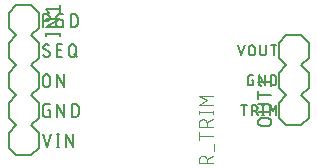
<source format=gbr>
G04 EAGLE Gerber RS-274X export*
G75*
%MOMM*%
%FSLAX34Y34*%
%LPD*%
%INSilkscreen Top*%
%IPPOS*%
%AMOC8*
5,1,8,0,0,1.08239X$1,22.5*%
G01*
%ADD10C,0.203200*%
%ADD11C,0.152400*%
%ADD12C,0.127000*%
%ADD13C,0.101600*%


D10*
X317256Y398234D02*
X320812Y387566D01*
X324368Y398234D01*
X329956Y398234D02*
X329956Y387566D01*
X328771Y387566D02*
X331141Y387566D01*
X331141Y398234D02*
X328771Y398234D01*
X336518Y398234D02*
X336518Y387566D01*
X342444Y387566D02*
X336518Y398234D01*
X342444Y398234D02*
X342444Y387566D01*
X323183Y418893D02*
X321405Y418893D01*
X323183Y418893D02*
X323183Y412966D01*
X319627Y412966D01*
X319532Y412968D01*
X319436Y412974D01*
X319341Y412983D01*
X319247Y412997D01*
X319153Y413014D01*
X319060Y413035D01*
X318967Y413060D01*
X318876Y413088D01*
X318786Y413120D01*
X318698Y413156D01*
X318611Y413195D01*
X318525Y413238D01*
X318442Y413284D01*
X318360Y413333D01*
X318280Y413386D01*
X318203Y413442D01*
X318127Y413500D01*
X318055Y413562D01*
X317985Y413627D01*
X317917Y413695D01*
X317852Y413765D01*
X317790Y413837D01*
X317732Y413913D01*
X317676Y413990D01*
X317623Y414070D01*
X317574Y414152D01*
X317528Y414235D01*
X317485Y414321D01*
X317446Y414408D01*
X317410Y414496D01*
X317378Y414586D01*
X317350Y414677D01*
X317325Y414770D01*
X317304Y414863D01*
X317287Y414957D01*
X317273Y415051D01*
X317264Y415146D01*
X317258Y415242D01*
X317256Y415337D01*
X317256Y421263D01*
X317258Y421358D01*
X317264Y421454D01*
X317273Y421549D01*
X317287Y421643D01*
X317304Y421737D01*
X317325Y421830D01*
X317350Y421923D01*
X317378Y422014D01*
X317410Y422104D01*
X317446Y422192D01*
X317485Y422279D01*
X317528Y422365D01*
X317574Y422448D01*
X317623Y422530D01*
X317676Y422610D01*
X317732Y422687D01*
X317790Y422763D01*
X317852Y422835D01*
X317917Y422905D01*
X317985Y422973D01*
X318055Y423038D01*
X318127Y423100D01*
X318203Y423158D01*
X318280Y423214D01*
X318360Y423267D01*
X318441Y423316D01*
X318525Y423362D01*
X318611Y423405D01*
X318698Y423444D01*
X318786Y423480D01*
X318876Y423512D01*
X318967Y423540D01*
X319060Y423565D01*
X319153Y423586D01*
X319247Y423603D01*
X319341Y423617D01*
X319436Y423626D01*
X319531Y423632D01*
X319627Y423634D01*
X323183Y423634D01*
X329448Y423634D02*
X329448Y412966D01*
X335375Y412966D02*
X329448Y423634D01*
X335375Y423634D02*
X335375Y412966D01*
X341640Y412966D02*
X341640Y423634D01*
X344603Y423634D01*
X344709Y423632D01*
X344814Y423626D01*
X344920Y423617D01*
X345025Y423604D01*
X345129Y423587D01*
X345233Y423566D01*
X345336Y423542D01*
X345438Y423514D01*
X345539Y423482D01*
X345638Y423447D01*
X345737Y423408D01*
X345834Y423366D01*
X345929Y423321D01*
X346023Y423272D01*
X346115Y423219D01*
X346205Y423164D01*
X346293Y423105D01*
X346379Y423043D01*
X346462Y422978D01*
X346543Y422910D01*
X346622Y422840D01*
X346698Y422766D01*
X346772Y422690D01*
X346842Y422611D01*
X346910Y422530D01*
X346975Y422447D01*
X347037Y422361D01*
X347096Y422273D01*
X347151Y422183D01*
X347204Y422091D01*
X347253Y421997D01*
X347298Y421902D01*
X347340Y421805D01*
X347379Y421706D01*
X347414Y421607D01*
X347446Y421506D01*
X347474Y421404D01*
X347498Y421301D01*
X347519Y421197D01*
X347536Y421093D01*
X347549Y420988D01*
X347558Y420882D01*
X347564Y420777D01*
X347566Y420671D01*
X347567Y420671D02*
X347567Y415929D01*
X347566Y415929D02*
X347564Y415823D01*
X347558Y415718D01*
X347549Y415612D01*
X347536Y415507D01*
X347519Y415403D01*
X347498Y415299D01*
X347474Y415196D01*
X347446Y415094D01*
X347414Y414993D01*
X347379Y414894D01*
X347340Y414795D01*
X347298Y414698D01*
X347253Y414603D01*
X347204Y414509D01*
X347151Y414417D01*
X347096Y414327D01*
X347037Y414239D01*
X346975Y414153D01*
X346910Y414070D01*
X346842Y413989D01*
X346772Y413910D01*
X346698Y413834D01*
X346622Y413760D01*
X346543Y413690D01*
X346462Y413622D01*
X346379Y413557D01*
X346293Y413495D01*
X346205Y413436D01*
X346115Y413381D01*
X346023Y413328D01*
X345929Y413279D01*
X345834Y413234D01*
X345737Y413192D01*
X345638Y413153D01*
X345539Y413118D01*
X345438Y413086D01*
X345336Y413058D01*
X345233Y413034D01*
X345129Y413013D01*
X345025Y412996D01*
X344920Y412983D01*
X344814Y412974D01*
X344709Y412968D01*
X344603Y412966D01*
X341640Y412966D01*
X317256Y489166D02*
X317256Y499834D01*
X320219Y499834D01*
X320326Y499832D01*
X320433Y499826D01*
X320539Y499817D01*
X320645Y499803D01*
X320751Y499786D01*
X320856Y499765D01*
X320960Y499740D01*
X321063Y499711D01*
X321165Y499679D01*
X321266Y499643D01*
X321365Y499603D01*
X321463Y499560D01*
X321559Y499513D01*
X321654Y499463D01*
X321747Y499410D01*
X321837Y499353D01*
X321926Y499293D01*
X322012Y499230D01*
X322096Y499164D01*
X322178Y499094D01*
X322257Y499022D01*
X322333Y498947D01*
X322407Y498869D01*
X322477Y498789D01*
X322545Y498706D01*
X322610Y498621D01*
X322671Y498534D01*
X322730Y498444D01*
X322785Y498353D01*
X322837Y498259D01*
X322885Y498163D01*
X322930Y498066D01*
X322972Y497968D01*
X323009Y497868D01*
X323044Y497766D01*
X323074Y497664D01*
X323101Y497560D01*
X323124Y497456D01*
X323143Y497350D01*
X323158Y497244D01*
X323170Y497138D01*
X323178Y497031D01*
X323182Y496924D01*
X323182Y496818D01*
X323178Y496711D01*
X323170Y496604D01*
X323158Y496498D01*
X323143Y496392D01*
X323124Y496286D01*
X323101Y496182D01*
X323074Y496078D01*
X323044Y495976D01*
X323009Y495874D01*
X322972Y495774D01*
X322930Y495676D01*
X322885Y495579D01*
X322837Y495483D01*
X322785Y495390D01*
X322730Y495298D01*
X322671Y495208D01*
X322610Y495121D01*
X322545Y495036D01*
X322477Y494953D01*
X322407Y494873D01*
X322333Y494795D01*
X322257Y494720D01*
X322178Y494648D01*
X322096Y494578D01*
X322012Y494512D01*
X321926Y494449D01*
X321837Y494389D01*
X321747Y494332D01*
X321654Y494279D01*
X321559Y494229D01*
X321463Y494182D01*
X321365Y494139D01*
X321266Y494099D01*
X321165Y494063D01*
X321063Y494031D01*
X320960Y494002D01*
X320856Y493977D01*
X320751Y493956D01*
X320645Y493939D01*
X320539Y493925D01*
X320433Y493916D01*
X320326Y493910D01*
X320219Y493908D01*
X320219Y493907D02*
X317256Y493907D01*
X332581Y495093D02*
X334359Y495093D01*
X334359Y489166D01*
X330803Y489166D01*
X330708Y489168D01*
X330612Y489174D01*
X330517Y489183D01*
X330423Y489197D01*
X330329Y489214D01*
X330236Y489235D01*
X330143Y489260D01*
X330052Y489288D01*
X329962Y489320D01*
X329874Y489356D01*
X329787Y489395D01*
X329701Y489438D01*
X329618Y489484D01*
X329536Y489533D01*
X329456Y489586D01*
X329379Y489642D01*
X329303Y489700D01*
X329231Y489762D01*
X329161Y489827D01*
X329093Y489895D01*
X329028Y489965D01*
X328966Y490037D01*
X328908Y490113D01*
X328852Y490190D01*
X328799Y490270D01*
X328750Y490352D01*
X328704Y490435D01*
X328661Y490521D01*
X328622Y490608D01*
X328586Y490696D01*
X328554Y490786D01*
X328526Y490877D01*
X328501Y490970D01*
X328480Y491063D01*
X328463Y491157D01*
X328449Y491251D01*
X328440Y491346D01*
X328434Y491442D01*
X328432Y491537D01*
X328432Y497463D01*
X328434Y497558D01*
X328440Y497654D01*
X328449Y497749D01*
X328463Y497843D01*
X328480Y497937D01*
X328501Y498030D01*
X328526Y498123D01*
X328554Y498214D01*
X328586Y498304D01*
X328622Y498392D01*
X328661Y498479D01*
X328704Y498565D01*
X328750Y498648D01*
X328799Y498730D01*
X328852Y498810D01*
X328908Y498887D01*
X328966Y498963D01*
X329028Y499035D01*
X329093Y499105D01*
X329161Y499173D01*
X329231Y499238D01*
X329303Y499300D01*
X329379Y499358D01*
X329456Y499414D01*
X329536Y499467D01*
X329617Y499516D01*
X329701Y499562D01*
X329787Y499605D01*
X329874Y499644D01*
X329962Y499680D01*
X330052Y499712D01*
X330143Y499740D01*
X330236Y499765D01*
X330329Y499786D01*
X330423Y499803D01*
X330517Y499817D01*
X330612Y499826D01*
X330707Y499832D01*
X330803Y499834D01*
X334359Y499834D01*
X340624Y499834D02*
X340624Y489166D01*
X340624Y499834D02*
X343587Y499834D01*
X343693Y499832D01*
X343798Y499826D01*
X343904Y499817D01*
X344009Y499804D01*
X344113Y499787D01*
X344217Y499766D01*
X344320Y499742D01*
X344422Y499714D01*
X344523Y499682D01*
X344622Y499647D01*
X344721Y499608D01*
X344818Y499566D01*
X344913Y499521D01*
X345007Y499472D01*
X345099Y499419D01*
X345189Y499364D01*
X345277Y499305D01*
X345363Y499243D01*
X345446Y499178D01*
X345527Y499110D01*
X345606Y499040D01*
X345682Y498966D01*
X345756Y498890D01*
X345826Y498811D01*
X345894Y498730D01*
X345959Y498647D01*
X346021Y498561D01*
X346080Y498473D01*
X346135Y498383D01*
X346188Y498291D01*
X346237Y498197D01*
X346282Y498102D01*
X346324Y498005D01*
X346363Y497906D01*
X346398Y497807D01*
X346430Y497706D01*
X346458Y497604D01*
X346482Y497501D01*
X346503Y497397D01*
X346520Y497293D01*
X346533Y497188D01*
X346542Y497082D01*
X346548Y496977D01*
X346550Y496871D01*
X346551Y496871D02*
X346551Y492129D01*
X346550Y492129D02*
X346548Y492023D01*
X346542Y491918D01*
X346533Y491812D01*
X346520Y491707D01*
X346503Y491603D01*
X346482Y491499D01*
X346458Y491396D01*
X346430Y491294D01*
X346398Y491193D01*
X346363Y491094D01*
X346324Y490995D01*
X346282Y490898D01*
X346237Y490803D01*
X346188Y490709D01*
X346135Y490617D01*
X346080Y490527D01*
X346021Y490439D01*
X345959Y490353D01*
X345894Y490270D01*
X345826Y490189D01*
X345756Y490110D01*
X345682Y490034D01*
X345606Y489960D01*
X345527Y489890D01*
X345446Y489822D01*
X345363Y489757D01*
X345277Y489695D01*
X345189Y489636D01*
X345099Y489581D01*
X345007Y489528D01*
X344913Y489479D01*
X344818Y489434D01*
X344721Y489392D01*
X344622Y489353D01*
X344523Y489318D01*
X344422Y489286D01*
X344320Y489258D01*
X344217Y489234D01*
X344113Y489213D01*
X344009Y489196D01*
X343904Y489183D01*
X343798Y489174D01*
X343693Y489168D01*
X343587Y489166D01*
X340624Y489166D01*
X323183Y466137D02*
X323181Y466042D01*
X323175Y465946D01*
X323166Y465851D01*
X323152Y465757D01*
X323135Y465663D01*
X323114Y465570D01*
X323089Y465477D01*
X323061Y465386D01*
X323029Y465296D01*
X322993Y465208D01*
X322954Y465121D01*
X322911Y465035D01*
X322865Y464952D01*
X322816Y464870D01*
X322763Y464790D01*
X322707Y464713D01*
X322649Y464637D01*
X322587Y464565D01*
X322522Y464495D01*
X322454Y464427D01*
X322384Y464362D01*
X322312Y464300D01*
X322236Y464242D01*
X322159Y464186D01*
X322079Y464133D01*
X321998Y464084D01*
X321914Y464038D01*
X321828Y463995D01*
X321741Y463956D01*
X321653Y463920D01*
X321563Y463888D01*
X321472Y463860D01*
X321379Y463835D01*
X321286Y463814D01*
X321192Y463797D01*
X321098Y463783D01*
X321003Y463774D01*
X320908Y463768D01*
X320812Y463766D01*
X320676Y463768D01*
X320539Y463773D01*
X320403Y463783D01*
X320268Y463796D01*
X320132Y463812D01*
X319998Y463833D01*
X319863Y463857D01*
X319730Y463884D01*
X319597Y463916D01*
X319465Y463950D01*
X319334Y463989D01*
X319205Y464031D01*
X319076Y464076D01*
X318949Y464125D01*
X318823Y464178D01*
X318699Y464234D01*
X318576Y464293D01*
X318455Y464355D01*
X318335Y464421D01*
X318218Y464490D01*
X318102Y464563D01*
X317988Y464638D01*
X317877Y464716D01*
X317767Y464798D01*
X317660Y464882D01*
X317556Y464969D01*
X317453Y465059D01*
X317353Y465152D01*
X317256Y465248D01*
X317552Y472063D02*
X317554Y472158D01*
X317560Y472254D01*
X317569Y472349D01*
X317583Y472443D01*
X317600Y472537D01*
X317621Y472630D01*
X317646Y472723D01*
X317674Y472814D01*
X317706Y472904D01*
X317742Y472992D01*
X317781Y473079D01*
X317824Y473165D01*
X317870Y473249D01*
X317919Y473330D01*
X317972Y473410D01*
X318028Y473487D01*
X318086Y473563D01*
X318148Y473635D01*
X318213Y473705D01*
X318281Y473773D01*
X318351Y473838D01*
X318423Y473900D01*
X318499Y473958D01*
X318576Y474014D01*
X318656Y474067D01*
X318738Y474116D01*
X318821Y474162D01*
X318907Y474205D01*
X318994Y474244D01*
X319082Y474280D01*
X319172Y474312D01*
X319263Y474340D01*
X319356Y474365D01*
X319449Y474386D01*
X319543Y474403D01*
X319637Y474417D01*
X319732Y474426D01*
X319828Y474432D01*
X319923Y474434D01*
X320053Y474432D01*
X320183Y474426D01*
X320313Y474417D01*
X320442Y474404D01*
X320571Y474387D01*
X320699Y474366D01*
X320827Y474341D01*
X320954Y474313D01*
X321080Y474281D01*
X321205Y474245D01*
X321329Y474206D01*
X321451Y474163D01*
X321573Y474117D01*
X321693Y474066D01*
X321811Y474013D01*
X321928Y473956D01*
X322043Y473896D01*
X322157Y473832D01*
X322268Y473765D01*
X322378Y473695D01*
X322485Y473621D01*
X322590Y473545D01*
X318738Y469988D02*
X318656Y470039D01*
X318576Y470093D01*
X318498Y470149D01*
X318423Y470209D01*
X318350Y470272D01*
X318280Y470338D01*
X318213Y470406D01*
X318148Y470477D01*
X318086Y470551D01*
X318027Y470627D01*
X317971Y470705D01*
X317919Y470786D01*
X317869Y470868D01*
X317823Y470953D01*
X317781Y471039D01*
X317741Y471127D01*
X317706Y471216D01*
X317674Y471307D01*
X317645Y471399D01*
X317621Y471492D01*
X317600Y471585D01*
X317583Y471680D01*
X317569Y471775D01*
X317560Y471871D01*
X317554Y471967D01*
X317552Y472063D01*
X321998Y468212D02*
X322079Y468161D01*
X322159Y468107D01*
X322237Y468051D01*
X322312Y467991D01*
X322385Y467928D01*
X322455Y467862D01*
X322522Y467794D01*
X322587Y467723D01*
X322649Y467649D01*
X322708Y467573D01*
X322764Y467495D01*
X322816Y467414D01*
X322866Y467332D01*
X322912Y467247D01*
X322954Y467161D01*
X322994Y467073D01*
X323029Y466984D01*
X323061Y466893D01*
X323090Y466801D01*
X323114Y466708D01*
X323135Y466615D01*
X323152Y466520D01*
X323166Y466425D01*
X323175Y466329D01*
X323181Y466233D01*
X323183Y466137D01*
X321997Y468211D02*
X318738Y469989D01*
X328720Y463766D02*
X333461Y463766D01*
X328720Y463766D02*
X328720Y474434D01*
X333461Y474434D01*
X332276Y469693D02*
X328720Y469693D01*
X339212Y471471D02*
X339212Y466729D01*
X339212Y471471D02*
X339214Y471578D01*
X339220Y471685D01*
X339229Y471791D01*
X339243Y471897D01*
X339260Y472003D01*
X339281Y472108D01*
X339306Y472212D01*
X339335Y472315D01*
X339367Y472417D01*
X339403Y472518D01*
X339443Y472617D01*
X339486Y472715D01*
X339533Y472811D01*
X339583Y472906D01*
X339636Y472999D01*
X339693Y473089D01*
X339753Y473178D01*
X339816Y473264D01*
X339882Y473348D01*
X339952Y473430D01*
X340024Y473509D01*
X340099Y473585D01*
X340177Y473659D01*
X340257Y473729D01*
X340340Y473797D01*
X340425Y473862D01*
X340512Y473923D01*
X340602Y473982D01*
X340694Y474037D01*
X340787Y474089D01*
X340883Y474137D01*
X340980Y474182D01*
X341078Y474224D01*
X341178Y474261D01*
X341280Y474296D01*
X341382Y474326D01*
X341486Y474353D01*
X341590Y474376D01*
X341696Y474395D01*
X341802Y474410D01*
X341908Y474422D01*
X342015Y474430D01*
X342122Y474434D01*
X342228Y474434D01*
X342335Y474430D01*
X342442Y474422D01*
X342548Y474410D01*
X342654Y474395D01*
X342760Y474376D01*
X342864Y474353D01*
X342968Y474326D01*
X343070Y474296D01*
X343172Y474261D01*
X343272Y474224D01*
X343370Y474182D01*
X343467Y474137D01*
X343563Y474089D01*
X343657Y474037D01*
X343748Y473982D01*
X343838Y473923D01*
X343925Y473862D01*
X344010Y473797D01*
X344093Y473729D01*
X344173Y473659D01*
X344251Y473585D01*
X344326Y473509D01*
X344398Y473430D01*
X344468Y473348D01*
X344534Y473264D01*
X344597Y473178D01*
X344657Y473089D01*
X344714Y472999D01*
X344767Y472906D01*
X344817Y472811D01*
X344864Y472715D01*
X344907Y472617D01*
X344947Y472518D01*
X344983Y472417D01*
X345015Y472315D01*
X345044Y472212D01*
X345069Y472108D01*
X345090Y472003D01*
X345107Y471897D01*
X345121Y471791D01*
X345130Y471685D01*
X345136Y471578D01*
X345138Y471471D01*
X345138Y466729D01*
X345136Y466622D01*
X345130Y466515D01*
X345121Y466409D01*
X345107Y466303D01*
X345090Y466197D01*
X345069Y466092D01*
X345044Y465988D01*
X345015Y465885D01*
X344983Y465783D01*
X344947Y465682D01*
X344907Y465583D01*
X344864Y465485D01*
X344817Y465389D01*
X344767Y465294D01*
X344714Y465201D01*
X344657Y465111D01*
X344597Y465022D01*
X344534Y464936D01*
X344468Y464852D01*
X344398Y464770D01*
X344326Y464691D01*
X344251Y464615D01*
X344173Y464541D01*
X344093Y464471D01*
X344010Y464403D01*
X343925Y464338D01*
X343838Y464277D01*
X343748Y464218D01*
X343657Y464163D01*
X343563Y464111D01*
X343467Y464063D01*
X343370Y464018D01*
X343272Y463976D01*
X343172Y463939D01*
X343070Y463904D01*
X342968Y463874D01*
X342864Y463847D01*
X342760Y463824D01*
X342654Y463805D01*
X342548Y463790D01*
X342442Y463778D01*
X342335Y463770D01*
X342228Y463766D01*
X342122Y463766D01*
X342015Y463770D01*
X341908Y463778D01*
X341802Y463790D01*
X341696Y463805D01*
X341590Y463824D01*
X341486Y463847D01*
X341382Y463874D01*
X341280Y463904D01*
X341178Y463939D01*
X341078Y463976D01*
X340980Y464018D01*
X340883Y464063D01*
X340787Y464111D01*
X340694Y464163D01*
X340602Y464218D01*
X340512Y464277D01*
X340425Y464338D01*
X340340Y464403D01*
X340257Y464471D01*
X340177Y464541D01*
X340099Y464615D01*
X340024Y464691D01*
X339952Y464770D01*
X339882Y464852D01*
X339816Y464936D01*
X339753Y465022D01*
X339693Y465111D01*
X339636Y465201D01*
X339583Y465294D01*
X339533Y465389D01*
X339486Y465485D01*
X339443Y465583D01*
X339403Y465682D01*
X339367Y465783D01*
X339335Y465885D01*
X339306Y465988D01*
X339281Y466092D01*
X339260Y466197D01*
X339243Y466303D01*
X339229Y466409D01*
X339220Y466515D01*
X339214Y466622D01*
X339212Y466729D01*
X343953Y466137D02*
X346324Y463766D01*
X317256Y446071D02*
X317256Y441329D01*
X317256Y446071D02*
X317258Y446178D01*
X317264Y446285D01*
X317273Y446391D01*
X317287Y446497D01*
X317304Y446603D01*
X317325Y446708D01*
X317350Y446812D01*
X317379Y446915D01*
X317411Y447017D01*
X317447Y447118D01*
X317487Y447217D01*
X317530Y447315D01*
X317577Y447411D01*
X317627Y447506D01*
X317680Y447599D01*
X317737Y447689D01*
X317797Y447778D01*
X317860Y447864D01*
X317926Y447948D01*
X317996Y448030D01*
X318068Y448109D01*
X318143Y448185D01*
X318221Y448259D01*
X318301Y448329D01*
X318384Y448397D01*
X318469Y448462D01*
X318556Y448523D01*
X318646Y448582D01*
X318738Y448637D01*
X318831Y448689D01*
X318927Y448737D01*
X319024Y448782D01*
X319122Y448824D01*
X319222Y448861D01*
X319324Y448896D01*
X319426Y448926D01*
X319530Y448953D01*
X319634Y448976D01*
X319740Y448995D01*
X319846Y449010D01*
X319952Y449022D01*
X320059Y449030D01*
X320166Y449034D01*
X320272Y449034D01*
X320379Y449030D01*
X320486Y449022D01*
X320592Y449010D01*
X320698Y448995D01*
X320804Y448976D01*
X320908Y448953D01*
X321012Y448926D01*
X321114Y448896D01*
X321216Y448861D01*
X321316Y448824D01*
X321414Y448782D01*
X321511Y448737D01*
X321607Y448689D01*
X321701Y448637D01*
X321792Y448582D01*
X321882Y448523D01*
X321969Y448462D01*
X322054Y448397D01*
X322137Y448329D01*
X322217Y448259D01*
X322295Y448185D01*
X322370Y448109D01*
X322442Y448030D01*
X322512Y447948D01*
X322578Y447864D01*
X322641Y447778D01*
X322701Y447689D01*
X322758Y447599D01*
X322811Y447506D01*
X322861Y447411D01*
X322908Y447315D01*
X322951Y447217D01*
X322991Y447118D01*
X323027Y447017D01*
X323059Y446915D01*
X323088Y446812D01*
X323113Y446708D01*
X323134Y446603D01*
X323151Y446497D01*
X323165Y446391D01*
X323174Y446285D01*
X323180Y446178D01*
X323182Y446071D01*
X323183Y446071D02*
X323183Y441329D01*
X323182Y441329D02*
X323180Y441222D01*
X323174Y441115D01*
X323165Y441009D01*
X323151Y440903D01*
X323134Y440797D01*
X323113Y440692D01*
X323088Y440588D01*
X323059Y440485D01*
X323027Y440383D01*
X322991Y440282D01*
X322951Y440183D01*
X322908Y440085D01*
X322861Y439989D01*
X322811Y439894D01*
X322758Y439801D01*
X322701Y439711D01*
X322641Y439622D01*
X322578Y439536D01*
X322512Y439452D01*
X322442Y439370D01*
X322370Y439291D01*
X322295Y439215D01*
X322217Y439141D01*
X322137Y439071D01*
X322054Y439003D01*
X321969Y438938D01*
X321882Y438877D01*
X321792Y438818D01*
X321701Y438763D01*
X321607Y438711D01*
X321511Y438663D01*
X321414Y438618D01*
X321316Y438576D01*
X321216Y438539D01*
X321114Y438504D01*
X321012Y438474D01*
X320908Y438447D01*
X320804Y438424D01*
X320698Y438405D01*
X320592Y438390D01*
X320486Y438378D01*
X320379Y438370D01*
X320272Y438366D01*
X320166Y438366D01*
X320059Y438370D01*
X319952Y438378D01*
X319846Y438390D01*
X319740Y438405D01*
X319634Y438424D01*
X319530Y438447D01*
X319426Y438474D01*
X319324Y438504D01*
X319222Y438539D01*
X319122Y438576D01*
X319024Y438618D01*
X318927Y438663D01*
X318831Y438711D01*
X318738Y438763D01*
X318646Y438818D01*
X318556Y438877D01*
X318469Y438938D01*
X318384Y439003D01*
X318301Y439071D01*
X318221Y439141D01*
X318143Y439215D01*
X318068Y439291D01*
X317996Y439370D01*
X317926Y439452D01*
X317860Y439536D01*
X317797Y439622D01*
X317737Y439711D01*
X317680Y439801D01*
X317627Y439894D01*
X317577Y439989D01*
X317530Y440085D01*
X317487Y440183D01*
X317447Y440282D01*
X317411Y440383D01*
X317379Y440485D01*
X317350Y440588D01*
X317325Y440692D01*
X317304Y440797D01*
X317287Y440903D01*
X317273Y441009D01*
X317264Y441115D01*
X317258Y441222D01*
X317256Y441329D01*
X329067Y438366D02*
X329067Y449034D01*
X334994Y438366D01*
X334994Y449034D01*
D11*
X493922Y444434D02*
X495361Y444434D01*
X495361Y439636D01*
X492482Y439636D01*
X492396Y439638D01*
X492310Y439644D01*
X492224Y439653D01*
X492139Y439667D01*
X492055Y439684D01*
X491971Y439705D01*
X491889Y439730D01*
X491808Y439758D01*
X491728Y439790D01*
X491649Y439826D01*
X491573Y439865D01*
X491498Y439908D01*
X491425Y439953D01*
X491354Y440002D01*
X491286Y440055D01*
X491219Y440110D01*
X491156Y440168D01*
X491095Y440229D01*
X491037Y440292D01*
X490982Y440359D01*
X490929Y440427D01*
X490880Y440498D01*
X490835Y440571D01*
X490792Y440646D01*
X490753Y440722D01*
X490717Y440801D01*
X490685Y440881D01*
X490657Y440962D01*
X490632Y441044D01*
X490611Y441128D01*
X490594Y441212D01*
X490580Y441297D01*
X490571Y441383D01*
X490565Y441469D01*
X490563Y441555D01*
X490563Y446353D01*
X490565Y446439D01*
X490571Y446525D01*
X490580Y446611D01*
X490594Y446696D01*
X490611Y446780D01*
X490632Y446864D01*
X490657Y446946D01*
X490685Y447027D01*
X490717Y447107D01*
X490753Y447186D01*
X490792Y447262D01*
X490835Y447337D01*
X490880Y447410D01*
X490929Y447481D01*
X490982Y447549D01*
X491037Y447616D01*
X491095Y447679D01*
X491156Y447740D01*
X491219Y447798D01*
X491286Y447853D01*
X491354Y447905D01*
X491425Y447955D01*
X491498Y448000D01*
X491573Y448043D01*
X491649Y448082D01*
X491728Y448118D01*
X491808Y448150D01*
X491889Y448178D01*
X491971Y448203D01*
X492055Y448224D01*
X492139Y448241D01*
X492224Y448255D01*
X492310Y448264D01*
X492396Y448270D01*
X492482Y448272D01*
X495361Y448272D01*
X500317Y448272D02*
X500317Y439636D01*
X505114Y439636D02*
X500317Y448272D01*
X505114Y448272D02*
X505114Y439636D01*
X510070Y439636D02*
X510070Y448272D01*
X512469Y448272D01*
X512566Y448270D01*
X512662Y448264D01*
X512758Y448255D01*
X512854Y448241D01*
X512949Y448224D01*
X513043Y448202D01*
X513136Y448177D01*
X513229Y448149D01*
X513320Y448116D01*
X513409Y448080D01*
X513497Y448040D01*
X513584Y447997D01*
X513669Y447951D01*
X513751Y447901D01*
X513832Y447847D01*
X513910Y447791D01*
X513986Y447731D01*
X514060Y447669D01*
X514131Y447603D01*
X514199Y447535D01*
X514265Y447464D01*
X514327Y447390D01*
X514387Y447314D01*
X514443Y447236D01*
X514497Y447155D01*
X514547Y447073D01*
X514593Y446988D01*
X514636Y446901D01*
X514676Y446813D01*
X514712Y446724D01*
X514745Y446633D01*
X514773Y446540D01*
X514798Y446447D01*
X514820Y446353D01*
X514837Y446258D01*
X514851Y446162D01*
X514860Y446066D01*
X514866Y445970D01*
X514868Y445873D01*
X514868Y442035D01*
X514866Y441938D01*
X514860Y441842D01*
X514851Y441746D01*
X514837Y441650D01*
X514820Y441555D01*
X514798Y441461D01*
X514773Y441368D01*
X514745Y441275D01*
X514712Y441184D01*
X514676Y441095D01*
X514636Y441007D01*
X514593Y440920D01*
X514547Y440836D01*
X514497Y440753D01*
X514443Y440672D01*
X514387Y440594D01*
X514327Y440518D01*
X514265Y440444D01*
X514199Y440373D01*
X514131Y440305D01*
X514060Y440239D01*
X513986Y440177D01*
X513910Y440117D01*
X513832Y440061D01*
X513751Y440007D01*
X513669Y439957D01*
X513584Y439911D01*
X513497Y439868D01*
X513409Y439828D01*
X513320Y439792D01*
X513229Y439759D01*
X513136Y439731D01*
X513043Y439706D01*
X512949Y439684D01*
X512854Y439667D01*
X512758Y439653D01*
X512662Y439644D01*
X512566Y439638D01*
X512469Y439636D01*
X510070Y439636D01*
X485037Y465036D02*
X482159Y473672D01*
X487916Y473672D02*
X485037Y465036D01*
X491782Y467435D02*
X491782Y471273D01*
X491784Y471370D01*
X491790Y471466D01*
X491799Y471562D01*
X491813Y471658D01*
X491830Y471753D01*
X491852Y471847D01*
X491877Y471940D01*
X491905Y472033D01*
X491938Y472124D01*
X491974Y472213D01*
X492014Y472301D01*
X492057Y472388D01*
X492103Y472473D01*
X492153Y472555D01*
X492207Y472636D01*
X492263Y472714D01*
X492323Y472790D01*
X492385Y472864D01*
X492451Y472935D01*
X492519Y473003D01*
X492590Y473069D01*
X492664Y473131D01*
X492740Y473191D01*
X492818Y473247D01*
X492899Y473301D01*
X492982Y473351D01*
X493066Y473397D01*
X493153Y473440D01*
X493241Y473480D01*
X493330Y473516D01*
X493421Y473549D01*
X493514Y473577D01*
X493607Y473602D01*
X493701Y473624D01*
X493796Y473641D01*
X493892Y473655D01*
X493988Y473664D01*
X494084Y473670D01*
X494181Y473672D01*
X494278Y473670D01*
X494374Y473664D01*
X494470Y473655D01*
X494566Y473641D01*
X494661Y473624D01*
X494755Y473602D01*
X494848Y473577D01*
X494941Y473549D01*
X495032Y473516D01*
X495121Y473480D01*
X495209Y473440D01*
X495296Y473397D01*
X495381Y473351D01*
X495463Y473301D01*
X495544Y473247D01*
X495622Y473191D01*
X495698Y473131D01*
X495772Y473069D01*
X495843Y473003D01*
X495911Y472935D01*
X495977Y472864D01*
X496039Y472790D01*
X496099Y472714D01*
X496155Y472636D01*
X496209Y472555D01*
X496259Y472473D01*
X496305Y472388D01*
X496348Y472301D01*
X496388Y472213D01*
X496424Y472124D01*
X496457Y472033D01*
X496485Y471940D01*
X496510Y471847D01*
X496532Y471753D01*
X496549Y471658D01*
X496563Y471562D01*
X496572Y471466D01*
X496578Y471370D01*
X496580Y471273D01*
X496580Y467435D01*
X496578Y467338D01*
X496572Y467242D01*
X496563Y467146D01*
X496549Y467050D01*
X496532Y466955D01*
X496510Y466861D01*
X496485Y466768D01*
X496457Y466675D01*
X496424Y466584D01*
X496388Y466495D01*
X496348Y466407D01*
X496305Y466320D01*
X496259Y466236D01*
X496209Y466153D01*
X496155Y466072D01*
X496099Y465994D01*
X496039Y465918D01*
X495977Y465844D01*
X495911Y465773D01*
X495843Y465705D01*
X495772Y465639D01*
X495698Y465577D01*
X495622Y465517D01*
X495544Y465461D01*
X495463Y465407D01*
X495381Y465357D01*
X495296Y465311D01*
X495209Y465268D01*
X495121Y465228D01*
X495032Y465192D01*
X494941Y465159D01*
X494848Y465131D01*
X494755Y465106D01*
X494661Y465084D01*
X494566Y465067D01*
X494470Y465053D01*
X494374Y465044D01*
X494278Y465038D01*
X494181Y465036D01*
X494084Y465038D01*
X493988Y465044D01*
X493892Y465053D01*
X493796Y465067D01*
X493701Y465084D01*
X493607Y465106D01*
X493514Y465131D01*
X493421Y465159D01*
X493330Y465192D01*
X493241Y465228D01*
X493153Y465268D01*
X493066Y465311D01*
X492982Y465357D01*
X492899Y465407D01*
X492818Y465461D01*
X492740Y465517D01*
X492664Y465577D01*
X492590Y465639D01*
X492519Y465705D01*
X492451Y465773D01*
X492385Y465844D01*
X492323Y465918D01*
X492263Y465994D01*
X492207Y466072D01*
X492153Y466153D01*
X492103Y466236D01*
X492057Y466320D01*
X492014Y466407D01*
X491974Y466495D01*
X491938Y466584D01*
X491905Y466675D01*
X491877Y466768D01*
X491852Y466861D01*
X491830Y466955D01*
X491813Y467050D01*
X491799Y467146D01*
X491790Y467242D01*
X491784Y467338D01*
X491782Y467435D01*
X501231Y467435D02*
X501231Y473672D01*
X501231Y467435D02*
X501233Y467338D01*
X501239Y467242D01*
X501248Y467146D01*
X501262Y467050D01*
X501279Y466955D01*
X501301Y466861D01*
X501326Y466768D01*
X501354Y466675D01*
X501387Y466584D01*
X501423Y466495D01*
X501463Y466407D01*
X501506Y466320D01*
X501552Y466236D01*
X501602Y466153D01*
X501656Y466072D01*
X501712Y465994D01*
X501772Y465918D01*
X501834Y465844D01*
X501900Y465773D01*
X501968Y465705D01*
X502039Y465639D01*
X502113Y465577D01*
X502189Y465517D01*
X502267Y465461D01*
X502348Y465407D01*
X502431Y465357D01*
X502515Y465311D01*
X502602Y465268D01*
X502690Y465228D01*
X502779Y465192D01*
X502870Y465159D01*
X502963Y465131D01*
X503056Y465106D01*
X503150Y465084D01*
X503245Y465067D01*
X503341Y465053D01*
X503437Y465044D01*
X503533Y465038D01*
X503630Y465036D01*
X503727Y465038D01*
X503823Y465044D01*
X503919Y465053D01*
X504015Y465067D01*
X504110Y465084D01*
X504204Y465106D01*
X504297Y465131D01*
X504390Y465159D01*
X504481Y465192D01*
X504570Y465228D01*
X504658Y465268D01*
X504745Y465311D01*
X504830Y465357D01*
X504912Y465407D01*
X504993Y465461D01*
X505071Y465517D01*
X505147Y465577D01*
X505221Y465639D01*
X505292Y465705D01*
X505360Y465773D01*
X505426Y465844D01*
X505488Y465918D01*
X505548Y465994D01*
X505604Y466072D01*
X505658Y466153D01*
X505708Y466236D01*
X505754Y466320D01*
X505797Y466407D01*
X505837Y466495D01*
X505873Y466584D01*
X505906Y466675D01*
X505934Y466768D01*
X505959Y466861D01*
X505981Y466955D01*
X505998Y467050D01*
X506012Y467146D01*
X506021Y467242D01*
X506027Y467338D01*
X506029Y467435D01*
X506029Y473672D01*
X512469Y473672D02*
X512469Y465036D01*
X510070Y473672D02*
X514868Y473672D01*
X487606Y422872D02*
X487606Y414236D01*
X490004Y422872D02*
X485207Y422872D01*
X494130Y422872D02*
X494130Y414236D01*
X494130Y422872D02*
X496529Y422872D01*
X496626Y422870D01*
X496722Y422864D01*
X496818Y422855D01*
X496914Y422841D01*
X497009Y422824D01*
X497103Y422802D01*
X497196Y422777D01*
X497289Y422749D01*
X497380Y422716D01*
X497469Y422680D01*
X497557Y422640D01*
X497644Y422597D01*
X497729Y422551D01*
X497811Y422501D01*
X497892Y422447D01*
X497970Y422391D01*
X498046Y422331D01*
X498120Y422269D01*
X498191Y422203D01*
X498259Y422135D01*
X498325Y422064D01*
X498387Y421990D01*
X498447Y421914D01*
X498503Y421836D01*
X498557Y421755D01*
X498607Y421673D01*
X498653Y421588D01*
X498696Y421501D01*
X498736Y421413D01*
X498772Y421324D01*
X498805Y421233D01*
X498833Y421140D01*
X498858Y421047D01*
X498880Y420953D01*
X498897Y420858D01*
X498911Y420762D01*
X498920Y420666D01*
X498926Y420570D01*
X498928Y420473D01*
X498926Y420376D01*
X498920Y420280D01*
X498911Y420184D01*
X498897Y420088D01*
X498880Y419993D01*
X498858Y419899D01*
X498833Y419806D01*
X498805Y419713D01*
X498772Y419622D01*
X498736Y419533D01*
X498696Y419445D01*
X498653Y419358D01*
X498607Y419274D01*
X498557Y419191D01*
X498503Y419110D01*
X498447Y419032D01*
X498387Y418956D01*
X498325Y418882D01*
X498259Y418811D01*
X498191Y418743D01*
X498120Y418677D01*
X498046Y418615D01*
X497970Y418555D01*
X497892Y418499D01*
X497811Y418445D01*
X497729Y418395D01*
X497644Y418349D01*
X497557Y418306D01*
X497469Y418266D01*
X497380Y418230D01*
X497289Y418197D01*
X497196Y418169D01*
X497103Y418144D01*
X497009Y418122D01*
X496914Y418105D01*
X496818Y418091D01*
X496722Y418082D01*
X496626Y418076D01*
X496529Y418074D01*
X494130Y418074D01*
X497009Y418074D02*
X498928Y414236D01*
X503760Y414236D02*
X503760Y422872D01*
X502800Y414236D02*
X504719Y414236D01*
X504719Y422872D02*
X502800Y422872D01*
X509111Y422872D02*
X509111Y414236D01*
X511989Y418074D02*
X509111Y422872D01*
X511989Y418074D02*
X514868Y422872D01*
X514868Y414236D01*
D10*
X313700Y411950D02*
X313700Y424650D01*
X313700Y411950D02*
X307350Y405600D01*
X294650Y405600D02*
X288300Y411950D01*
X307350Y405600D02*
X313700Y399250D01*
X313700Y386550D01*
X307350Y380200D01*
X294650Y380200D02*
X288300Y386550D01*
X288300Y399250D01*
X294650Y405600D01*
X313700Y450050D02*
X307350Y456400D01*
X313700Y450050D02*
X313700Y437350D01*
X307350Y431000D01*
X294650Y431000D02*
X288300Y437350D01*
X288300Y450050D01*
X294650Y456400D01*
X307350Y431000D02*
X313700Y424650D01*
X294650Y431000D02*
X288300Y424650D01*
X288300Y411950D01*
X313700Y488150D02*
X313700Y500850D01*
X313700Y488150D02*
X307350Y481800D01*
X294650Y481800D02*
X288300Y488150D01*
X307350Y481800D02*
X313700Y475450D01*
X313700Y462750D01*
X307350Y456400D01*
X294650Y456400D02*
X288300Y462750D01*
X288300Y475450D01*
X294650Y481800D01*
X294650Y507200D02*
X307350Y507200D01*
X313700Y500850D01*
X294650Y507200D02*
X288300Y500850D01*
X288300Y488150D01*
X294650Y380200D02*
X307350Y380200D01*
D12*
X319923Y482816D02*
X331353Y482816D01*
X331353Y481546D02*
X331353Y484086D01*
X319923Y484086D02*
X319923Y481546D01*
X319923Y489166D02*
X331353Y489166D01*
X331353Y495516D02*
X319923Y489166D01*
X319923Y495516D02*
X331353Y495516D01*
X322463Y500977D02*
X319923Y504152D01*
X331353Y504152D01*
X331353Y500977D02*
X331353Y507327D01*
D10*
X516900Y462750D02*
X523250Y456400D01*
X516900Y462750D02*
X516900Y475450D01*
X523250Y481800D01*
X535950Y481800D02*
X542300Y475450D01*
X542300Y462750D01*
X535950Y456400D01*
X516900Y424650D02*
X516900Y411950D01*
X516900Y424650D02*
X523250Y431000D01*
X535950Y431000D02*
X542300Y424650D01*
X523250Y431000D02*
X516900Y437350D01*
X516900Y450050D01*
X523250Y456400D01*
X535950Y456400D02*
X542300Y450050D01*
X542300Y437350D01*
X535950Y431000D01*
X535950Y405600D02*
X523250Y405600D01*
X516900Y411950D01*
X535950Y405600D02*
X542300Y411950D01*
X542300Y424650D01*
X535950Y481800D02*
X523250Y481800D01*
D12*
X507502Y405473D02*
X502422Y405473D01*
X502311Y405475D01*
X502201Y405481D01*
X502090Y405490D01*
X501980Y405504D01*
X501871Y405521D01*
X501762Y405542D01*
X501654Y405567D01*
X501547Y405596D01*
X501441Y405628D01*
X501336Y405664D01*
X501233Y405704D01*
X501131Y405747D01*
X501030Y405794D01*
X500931Y405845D01*
X500835Y405898D01*
X500740Y405955D01*
X500647Y406016D01*
X500556Y406079D01*
X500467Y406146D01*
X500381Y406216D01*
X500298Y406289D01*
X500216Y406364D01*
X500138Y406442D01*
X500063Y406524D01*
X499990Y406607D01*
X499920Y406693D01*
X499853Y406782D01*
X499790Y406873D01*
X499729Y406966D01*
X499672Y407061D01*
X499619Y407157D01*
X499568Y407256D01*
X499521Y407357D01*
X499478Y407459D01*
X499438Y407562D01*
X499402Y407667D01*
X499370Y407773D01*
X499341Y407880D01*
X499316Y407988D01*
X499295Y408097D01*
X499278Y408206D01*
X499264Y408316D01*
X499255Y408427D01*
X499249Y408537D01*
X499247Y408648D01*
X499249Y408759D01*
X499255Y408869D01*
X499264Y408980D01*
X499278Y409090D01*
X499295Y409199D01*
X499316Y409308D01*
X499341Y409416D01*
X499370Y409523D01*
X499402Y409629D01*
X499438Y409734D01*
X499478Y409837D01*
X499521Y409939D01*
X499568Y410040D01*
X499619Y410139D01*
X499672Y410236D01*
X499729Y410330D01*
X499790Y410423D01*
X499853Y410514D01*
X499920Y410603D01*
X499990Y410689D01*
X500063Y410772D01*
X500138Y410854D01*
X500216Y410932D01*
X500298Y411007D01*
X500381Y411080D01*
X500467Y411150D01*
X500556Y411217D01*
X500647Y411280D01*
X500740Y411341D01*
X500835Y411398D01*
X500931Y411451D01*
X501030Y411502D01*
X501131Y411549D01*
X501233Y411592D01*
X501336Y411632D01*
X501441Y411668D01*
X501547Y411700D01*
X501654Y411729D01*
X501762Y411754D01*
X501871Y411775D01*
X501980Y411792D01*
X502090Y411806D01*
X502201Y411815D01*
X502311Y411821D01*
X502422Y411823D01*
X507502Y411823D01*
X507613Y411821D01*
X507723Y411815D01*
X507834Y411806D01*
X507944Y411792D01*
X508053Y411775D01*
X508162Y411754D01*
X508270Y411729D01*
X508377Y411700D01*
X508483Y411668D01*
X508588Y411632D01*
X508691Y411592D01*
X508793Y411549D01*
X508894Y411502D01*
X508993Y411451D01*
X509090Y411398D01*
X509184Y411341D01*
X509277Y411280D01*
X509368Y411217D01*
X509457Y411150D01*
X509543Y411080D01*
X509626Y411007D01*
X509708Y410932D01*
X509786Y410854D01*
X509861Y410772D01*
X509934Y410689D01*
X510004Y410603D01*
X510071Y410514D01*
X510134Y410423D01*
X510195Y410330D01*
X510252Y410235D01*
X510305Y410139D01*
X510356Y410040D01*
X510403Y409939D01*
X510446Y409837D01*
X510486Y409734D01*
X510522Y409629D01*
X510554Y409523D01*
X510583Y409416D01*
X510608Y409308D01*
X510629Y409199D01*
X510646Y409090D01*
X510660Y408980D01*
X510669Y408869D01*
X510675Y408759D01*
X510677Y408648D01*
X510675Y408537D01*
X510669Y408427D01*
X510660Y408316D01*
X510646Y408206D01*
X510629Y408097D01*
X510608Y407988D01*
X510583Y407880D01*
X510554Y407773D01*
X510522Y407667D01*
X510486Y407562D01*
X510446Y407459D01*
X510403Y407357D01*
X510356Y407256D01*
X510305Y407157D01*
X510252Y407060D01*
X510195Y406966D01*
X510134Y406873D01*
X510071Y406782D01*
X510004Y406693D01*
X509934Y406607D01*
X509861Y406524D01*
X509786Y406442D01*
X509708Y406364D01*
X509626Y406289D01*
X509543Y406216D01*
X509457Y406146D01*
X509368Y406079D01*
X509277Y406016D01*
X509184Y405955D01*
X509090Y405898D01*
X508993Y405845D01*
X508894Y405794D01*
X508793Y405747D01*
X508691Y405704D01*
X508588Y405664D01*
X508483Y405628D01*
X508377Y405596D01*
X508270Y405567D01*
X508162Y405542D01*
X508053Y405521D01*
X507944Y405504D01*
X507834Y405490D01*
X507723Y405481D01*
X507613Y405475D01*
X507502Y405473D01*
X507502Y417284D02*
X499247Y417284D01*
X507502Y417284D02*
X507613Y417286D01*
X507723Y417292D01*
X507834Y417301D01*
X507944Y417315D01*
X508053Y417332D01*
X508162Y417353D01*
X508270Y417378D01*
X508377Y417407D01*
X508483Y417439D01*
X508588Y417475D01*
X508691Y417515D01*
X508793Y417558D01*
X508894Y417605D01*
X508993Y417656D01*
X509090Y417709D01*
X509184Y417766D01*
X509277Y417827D01*
X509368Y417890D01*
X509457Y417957D01*
X509543Y418027D01*
X509626Y418100D01*
X509708Y418175D01*
X509786Y418253D01*
X509861Y418335D01*
X509934Y418418D01*
X510004Y418504D01*
X510071Y418593D01*
X510134Y418684D01*
X510195Y418777D01*
X510252Y418871D01*
X510305Y418968D01*
X510356Y419067D01*
X510403Y419168D01*
X510446Y419270D01*
X510486Y419373D01*
X510522Y419478D01*
X510554Y419584D01*
X510583Y419691D01*
X510608Y419799D01*
X510629Y419908D01*
X510646Y420017D01*
X510660Y420127D01*
X510669Y420238D01*
X510675Y420348D01*
X510677Y420459D01*
X510675Y420570D01*
X510669Y420680D01*
X510660Y420791D01*
X510646Y420901D01*
X510629Y421010D01*
X510608Y421119D01*
X510583Y421227D01*
X510554Y421334D01*
X510522Y421440D01*
X510486Y421545D01*
X510446Y421648D01*
X510403Y421750D01*
X510356Y421851D01*
X510305Y421950D01*
X510252Y422046D01*
X510195Y422141D01*
X510134Y422234D01*
X510071Y422325D01*
X510004Y422414D01*
X509934Y422500D01*
X509861Y422583D01*
X509786Y422665D01*
X509708Y422743D01*
X509626Y422818D01*
X509543Y422891D01*
X509457Y422961D01*
X509368Y423028D01*
X509277Y423091D01*
X509184Y423152D01*
X509090Y423209D01*
X508993Y423262D01*
X508894Y423313D01*
X508793Y423360D01*
X508691Y423403D01*
X508588Y423443D01*
X508483Y423479D01*
X508377Y423511D01*
X508270Y423540D01*
X508162Y423565D01*
X508053Y423586D01*
X507944Y423603D01*
X507834Y423617D01*
X507723Y423626D01*
X507613Y423632D01*
X507502Y423634D01*
X499247Y423634D01*
X499247Y431508D02*
X510677Y431508D01*
X499247Y428333D02*
X499247Y434683D01*
X501787Y439001D02*
X499247Y442176D01*
X510677Y442176D01*
X510677Y439001D02*
X510677Y445351D01*
D13*
X461042Y373484D02*
X449358Y373484D01*
X449358Y376729D01*
X449360Y376842D01*
X449366Y376955D01*
X449376Y377068D01*
X449390Y377181D01*
X449407Y377293D01*
X449429Y377404D01*
X449454Y377514D01*
X449484Y377624D01*
X449517Y377732D01*
X449554Y377839D01*
X449594Y377945D01*
X449639Y378049D01*
X449687Y378152D01*
X449738Y378253D01*
X449793Y378352D01*
X449851Y378449D01*
X449913Y378544D01*
X449978Y378637D01*
X450046Y378727D01*
X450117Y378815D01*
X450192Y378901D01*
X450269Y378984D01*
X450349Y379064D01*
X450432Y379141D01*
X450518Y379216D01*
X450606Y379287D01*
X450696Y379355D01*
X450789Y379420D01*
X450884Y379482D01*
X450981Y379540D01*
X451080Y379595D01*
X451181Y379646D01*
X451284Y379694D01*
X451388Y379739D01*
X451494Y379779D01*
X451601Y379816D01*
X451709Y379849D01*
X451819Y379879D01*
X451929Y379904D01*
X452040Y379926D01*
X452152Y379943D01*
X452265Y379957D01*
X452378Y379967D01*
X452491Y379973D01*
X452604Y379975D01*
X452717Y379973D01*
X452830Y379967D01*
X452943Y379957D01*
X453056Y379943D01*
X453168Y379926D01*
X453279Y379904D01*
X453389Y379879D01*
X453499Y379849D01*
X453607Y379816D01*
X453714Y379779D01*
X453820Y379739D01*
X453924Y379694D01*
X454027Y379646D01*
X454128Y379595D01*
X454227Y379540D01*
X454324Y379482D01*
X454419Y379420D01*
X454512Y379355D01*
X454602Y379287D01*
X454690Y379216D01*
X454776Y379141D01*
X454859Y379064D01*
X454939Y378984D01*
X455016Y378901D01*
X455091Y378815D01*
X455162Y378727D01*
X455230Y378637D01*
X455295Y378544D01*
X455357Y378449D01*
X455415Y378352D01*
X455470Y378253D01*
X455521Y378152D01*
X455569Y378049D01*
X455614Y377945D01*
X455654Y377839D01*
X455691Y377732D01*
X455724Y377624D01*
X455754Y377514D01*
X455779Y377404D01*
X455801Y377293D01*
X455818Y377181D01*
X455832Y377068D01*
X455842Y376955D01*
X455848Y376842D01*
X455850Y376729D01*
X455849Y376729D02*
X455849Y373484D01*
X455849Y377378D02*
X461042Y379975D01*
X462340Y384346D02*
X462340Y389539D01*
X461042Y396467D02*
X449358Y396467D01*
X449358Y393222D02*
X449358Y399713D01*
X449358Y404344D02*
X461042Y404344D01*
X449358Y404344D02*
X449358Y407590D01*
X449360Y407703D01*
X449366Y407816D01*
X449376Y407929D01*
X449390Y408042D01*
X449407Y408154D01*
X449429Y408265D01*
X449454Y408375D01*
X449484Y408485D01*
X449517Y408593D01*
X449554Y408700D01*
X449594Y408806D01*
X449639Y408910D01*
X449687Y409013D01*
X449738Y409114D01*
X449793Y409213D01*
X449851Y409310D01*
X449913Y409405D01*
X449978Y409498D01*
X450046Y409588D01*
X450117Y409676D01*
X450192Y409762D01*
X450269Y409845D01*
X450349Y409925D01*
X450432Y410002D01*
X450518Y410077D01*
X450606Y410148D01*
X450696Y410216D01*
X450789Y410281D01*
X450884Y410343D01*
X450981Y410401D01*
X451080Y410456D01*
X451181Y410507D01*
X451284Y410555D01*
X451388Y410600D01*
X451494Y410640D01*
X451601Y410677D01*
X451709Y410710D01*
X451819Y410740D01*
X451929Y410765D01*
X452040Y410787D01*
X452152Y410804D01*
X452265Y410818D01*
X452378Y410828D01*
X452491Y410834D01*
X452604Y410836D01*
X452717Y410834D01*
X452830Y410828D01*
X452943Y410818D01*
X453056Y410804D01*
X453168Y410787D01*
X453279Y410765D01*
X453389Y410740D01*
X453499Y410710D01*
X453607Y410677D01*
X453714Y410640D01*
X453820Y410600D01*
X453924Y410555D01*
X454027Y410507D01*
X454128Y410456D01*
X454227Y410401D01*
X454324Y410343D01*
X454419Y410281D01*
X454512Y410216D01*
X454602Y410148D01*
X454690Y410077D01*
X454776Y410002D01*
X454859Y409925D01*
X454939Y409845D01*
X455016Y409762D01*
X455091Y409676D01*
X455162Y409588D01*
X455230Y409498D01*
X455295Y409405D01*
X455357Y409310D01*
X455415Y409213D01*
X455470Y409114D01*
X455521Y409013D01*
X455569Y408910D01*
X455614Y408806D01*
X455654Y408700D01*
X455691Y408593D01*
X455724Y408485D01*
X455754Y408375D01*
X455779Y408265D01*
X455801Y408154D01*
X455818Y408042D01*
X455832Y407929D01*
X455842Y407816D01*
X455848Y407703D01*
X455850Y407590D01*
X455849Y407590D02*
X455849Y404344D01*
X455849Y408239D02*
X461042Y410836D01*
X461042Y416660D02*
X449358Y416660D01*
X461042Y415362D02*
X461042Y417959D01*
X449358Y417959D02*
X449358Y415362D01*
X449358Y423053D02*
X461042Y423053D01*
X455849Y426947D02*
X449358Y423053D01*
X455849Y426947D02*
X449358Y430842D01*
X461042Y430842D01*
M02*

</source>
